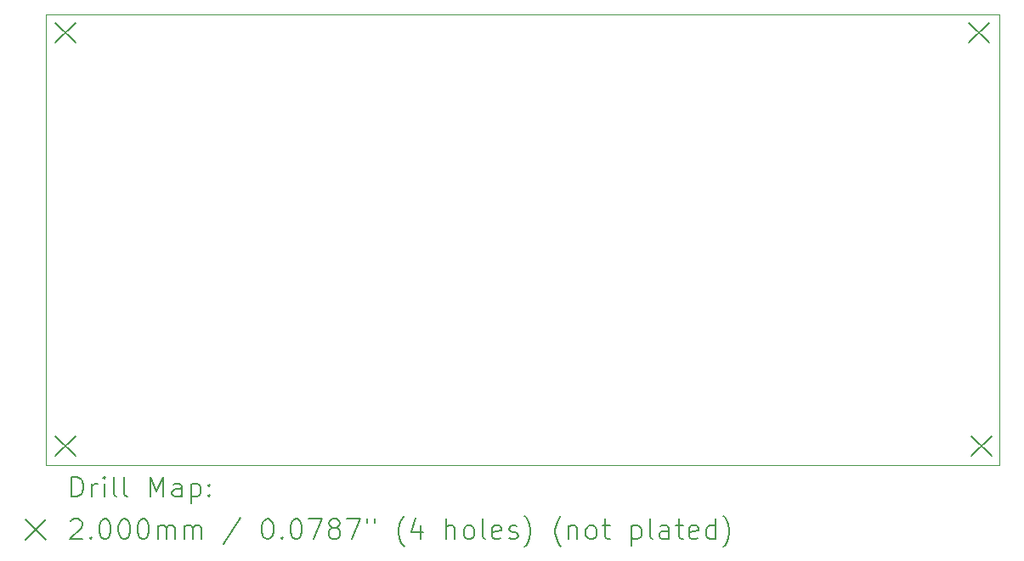
<source format=gbr>
%TF.GenerationSoftware,KiCad,Pcbnew,7.0.7*%
%TF.CreationDate,2023-12-18T21:06:53-05:00*%
%TF.ProjectId,motor_board_pcb,6d6f746f-725f-4626-9f61-72645f706362,rev?*%
%TF.SameCoordinates,Original*%
%TF.FileFunction,Drillmap*%
%TF.FilePolarity,Positive*%
%FSLAX45Y45*%
G04 Gerber Fmt 4.5, Leading zero omitted, Abs format (unit mm)*
G04 Created by KiCad (PCBNEW 7.0.7) date 2023-12-18 21:06:53*
%MOMM*%
%LPD*%
G01*
G04 APERTURE LIST*
%ADD10C,0.100000*%
%ADD11C,0.200000*%
G04 APERTURE END LIST*
D10*
X9230000Y-5790000D02*
X18730000Y-5790000D01*
X18730000Y-10290000D01*
X9230000Y-10290000D01*
X9230000Y-5790000D01*
D11*
X9325000Y-5875000D02*
X9525000Y-6075000D01*
X9525000Y-5875000D02*
X9325000Y-6075000D01*
X9325000Y-10000000D02*
X9525000Y-10200000D01*
X9525000Y-10000000D02*
X9325000Y-10200000D01*
X18425000Y-5875000D02*
X18625000Y-6075000D01*
X18625000Y-5875000D02*
X18425000Y-6075000D01*
X18450000Y-10000000D02*
X18650000Y-10200000D01*
X18650000Y-10000000D02*
X18450000Y-10200000D01*
X9485777Y-10606484D02*
X9485777Y-10406484D01*
X9485777Y-10406484D02*
X9533396Y-10406484D01*
X9533396Y-10406484D02*
X9561967Y-10416008D01*
X9561967Y-10416008D02*
X9581015Y-10435055D01*
X9581015Y-10435055D02*
X9590539Y-10454103D01*
X9590539Y-10454103D02*
X9600063Y-10492198D01*
X9600063Y-10492198D02*
X9600063Y-10520770D01*
X9600063Y-10520770D02*
X9590539Y-10558865D01*
X9590539Y-10558865D02*
X9581015Y-10577912D01*
X9581015Y-10577912D02*
X9561967Y-10596960D01*
X9561967Y-10596960D02*
X9533396Y-10606484D01*
X9533396Y-10606484D02*
X9485777Y-10606484D01*
X9685777Y-10606484D02*
X9685777Y-10473150D01*
X9685777Y-10511246D02*
X9695301Y-10492198D01*
X9695301Y-10492198D02*
X9704824Y-10482674D01*
X9704824Y-10482674D02*
X9723872Y-10473150D01*
X9723872Y-10473150D02*
X9742920Y-10473150D01*
X9809586Y-10606484D02*
X9809586Y-10473150D01*
X9809586Y-10406484D02*
X9800063Y-10416008D01*
X9800063Y-10416008D02*
X9809586Y-10425531D01*
X9809586Y-10425531D02*
X9819110Y-10416008D01*
X9819110Y-10416008D02*
X9809586Y-10406484D01*
X9809586Y-10406484D02*
X9809586Y-10425531D01*
X9933396Y-10606484D02*
X9914348Y-10596960D01*
X9914348Y-10596960D02*
X9904824Y-10577912D01*
X9904824Y-10577912D02*
X9904824Y-10406484D01*
X10038158Y-10606484D02*
X10019110Y-10596960D01*
X10019110Y-10596960D02*
X10009586Y-10577912D01*
X10009586Y-10577912D02*
X10009586Y-10406484D01*
X10266729Y-10606484D02*
X10266729Y-10406484D01*
X10266729Y-10406484D02*
X10333396Y-10549341D01*
X10333396Y-10549341D02*
X10400063Y-10406484D01*
X10400063Y-10406484D02*
X10400063Y-10606484D01*
X10581015Y-10606484D02*
X10581015Y-10501722D01*
X10581015Y-10501722D02*
X10571491Y-10482674D01*
X10571491Y-10482674D02*
X10552444Y-10473150D01*
X10552444Y-10473150D02*
X10514348Y-10473150D01*
X10514348Y-10473150D02*
X10495301Y-10482674D01*
X10581015Y-10596960D02*
X10561967Y-10606484D01*
X10561967Y-10606484D02*
X10514348Y-10606484D01*
X10514348Y-10606484D02*
X10495301Y-10596960D01*
X10495301Y-10596960D02*
X10485777Y-10577912D01*
X10485777Y-10577912D02*
X10485777Y-10558865D01*
X10485777Y-10558865D02*
X10495301Y-10539817D01*
X10495301Y-10539817D02*
X10514348Y-10530293D01*
X10514348Y-10530293D02*
X10561967Y-10530293D01*
X10561967Y-10530293D02*
X10581015Y-10520770D01*
X10676253Y-10473150D02*
X10676253Y-10673150D01*
X10676253Y-10482674D02*
X10695301Y-10473150D01*
X10695301Y-10473150D02*
X10733396Y-10473150D01*
X10733396Y-10473150D02*
X10752444Y-10482674D01*
X10752444Y-10482674D02*
X10761967Y-10492198D01*
X10761967Y-10492198D02*
X10771491Y-10511246D01*
X10771491Y-10511246D02*
X10771491Y-10568389D01*
X10771491Y-10568389D02*
X10761967Y-10587436D01*
X10761967Y-10587436D02*
X10752444Y-10596960D01*
X10752444Y-10596960D02*
X10733396Y-10606484D01*
X10733396Y-10606484D02*
X10695301Y-10606484D01*
X10695301Y-10606484D02*
X10676253Y-10596960D01*
X10857205Y-10587436D02*
X10866729Y-10596960D01*
X10866729Y-10596960D02*
X10857205Y-10606484D01*
X10857205Y-10606484D02*
X10847682Y-10596960D01*
X10847682Y-10596960D02*
X10857205Y-10587436D01*
X10857205Y-10587436D02*
X10857205Y-10606484D01*
X10857205Y-10482674D02*
X10866729Y-10492198D01*
X10866729Y-10492198D02*
X10857205Y-10501722D01*
X10857205Y-10501722D02*
X10847682Y-10492198D01*
X10847682Y-10492198D02*
X10857205Y-10482674D01*
X10857205Y-10482674D02*
X10857205Y-10501722D01*
X9025000Y-10835000D02*
X9225000Y-11035000D01*
X9225000Y-10835000D02*
X9025000Y-11035000D01*
X9476253Y-10845531D02*
X9485777Y-10836008D01*
X9485777Y-10836008D02*
X9504824Y-10826484D01*
X9504824Y-10826484D02*
X9552444Y-10826484D01*
X9552444Y-10826484D02*
X9571491Y-10836008D01*
X9571491Y-10836008D02*
X9581015Y-10845531D01*
X9581015Y-10845531D02*
X9590539Y-10864579D01*
X9590539Y-10864579D02*
X9590539Y-10883627D01*
X9590539Y-10883627D02*
X9581015Y-10912198D01*
X9581015Y-10912198D02*
X9466729Y-11026484D01*
X9466729Y-11026484D02*
X9590539Y-11026484D01*
X9676253Y-11007436D02*
X9685777Y-11016960D01*
X9685777Y-11016960D02*
X9676253Y-11026484D01*
X9676253Y-11026484D02*
X9666729Y-11016960D01*
X9666729Y-11016960D02*
X9676253Y-11007436D01*
X9676253Y-11007436D02*
X9676253Y-11026484D01*
X9809586Y-10826484D02*
X9828634Y-10826484D01*
X9828634Y-10826484D02*
X9847682Y-10836008D01*
X9847682Y-10836008D02*
X9857205Y-10845531D01*
X9857205Y-10845531D02*
X9866729Y-10864579D01*
X9866729Y-10864579D02*
X9876253Y-10902674D01*
X9876253Y-10902674D02*
X9876253Y-10950293D01*
X9876253Y-10950293D02*
X9866729Y-10988389D01*
X9866729Y-10988389D02*
X9857205Y-11007436D01*
X9857205Y-11007436D02*
X9847682Y-11016960D01*
X9847682Y-11016960D02*
X9828634Y-11026484D01*
X9828634Y-11026484D02*
X9809586Y-11026484D01*
X9809586Y-11026484D02*
X9790539Y-11016960D01*
X9790539Y-11016960D02*
X9781015Y-11007436D01*
X9781015Y-11007436D02*
X9771491Y-10988389D01*
X9771491Y-10988389D02*
X9761967Y-10950293D01*
X9761967Y-10950293D02*
X9761967Y-10902674D01*
X9761967Y-10902674D02*
X9771491Y-10864579D01*
X9771491Y-10864579D02*
X9781015Y-10845531D01*
X9781015Y-10845531D02*
X9790539Y-10836008D01*
X9790539Y-10836008D02*
X9809586Y-10826484D01*
X10000063Y-10826484D02*
X10019110Y-10826484D01*
X10019110Y-10826484D02*
X10038158Y-10836008D01*
X10038158Y-10836008D02*
X10047682Y-10845531D01*
X10047682Y-10845531D02*
X10057205Y-10864579D01*
X10057205Y-10864579D02*
X10066729Y-10902674D01*
X10066729Y-10902674D02*
X10066729Y-10950293D01*
X10066729Y-10950293D02*
X10057205Y-10988389D01*
X10057205Y-10988389D02*
X10047682Y-11007436D01*
X10047682Y-11007436D02*
X10038158Y-11016960D01*
X10038158Y-11016960D02*
X10019110Y-11026484D01*
X10019110Y-11026484D02*
X10000063Y-11026484D01*
X10000063Y-11026484D02*
X9981015Y-11016960D01*
X9981015Y-11016960D02*
X9971491Y-11007436D01*
X9971491Y-11007436D02*
X9961967Y-10988389D01*
X9961967Y-10988389D02*
X9952444Y-10950293D01*
X9952444Y-10950293D02*
X9952444Y-10902674D01*
X9952444Y-10902674D02*
X9961967Y-10864579D01*
X9961967Y-10864579D02*
X9971491Y-10845531D01*
X9971491Y-10845531D02*
X9981015Y-10836008D01*
X9981015Y-10836008D02*
X10000063Y-10826484D01*
X10190539Y-10826484D02*
X10209586Y-10826484D01*
X10209586Y-10826484D02*
X10228634Y-10836008D01*
X10228634Y-10836008D02*
X10238158Y-10845531D01*
X10238158Y-10845531D02*
X10247682Y-10864579D01*
X10247682Y-10864579D02*
X10257205Y-10902674D01*
X10257205Y-10902674D02*
X10257205Y-10950293D01*
X10257205Y-10950293D02*
X10247682Y-10988389D01*
X10247682Y-10988389D02*
X10238158Y-11007436D01*
X10238158Y-11007436D02*
X10228634Y-11016960D01*
X10228634Y-11016960D02*
X10209586Y-11026484D01*
X10209586Y-11026484D02*
X10190539Y-11026484D01*
X10190539Y-11026484D02*
X10171491Y-11016960D01*
X10171491Y-11016960D02*
X10161967Y-11007436D01*
X10161967Y-11007436D02*
X10152444Y-10988389D01*
X10152444Y-10988389D02*
X10142920Y-10950293D01*
X10142920Y-10950293D02*
X10142920Y-10902674D01*
X10142920Y-10902674D02*
X10152444Y-10864579D01*
X10152444Y-10864579D02*
X10161967Y-10845531D01*
X10161967Y-10845531D02*
X10171491Y-10836008D01*
X10171491Y-10836008D02*
X10190539Y-10826484D01*
X10342920Y-11026484D02*
X10342920Y-10893150D01*
X10342920Y-10912198D02*
X10352444Y-10902674D01*
X10352444Y-10902674D02*
X10371491Y-10893150D01*
X10371491Y-10893150D02*
X10400063Y-10893150D01*
X10400063Y-10893150D02*
X10419110Y-10902674D01*
X10419110Y-10902674D02*
X10428634Y-10921722D01*
X10428634Y-10921722D02*
X10428634Y-11026484D01*
X10428634Y-10921722D02*
X10438158Y-10902674D01*
X10438158Y-10902674D02*
X10457205Y-10893150D01*
X10457205Y-10893150D02*
X10485777Y-10893150D01*
X10485777Y-10893150D02*
X10504825Y-10902674D01*
X10504825Y-10902674D02*
X10514348Y-10921722D01*
X10514348Y-10921722D02*
X10514348Y-11026484D01*
X10609586Y-11026484D02*
X10609586Y-10893150D01*
X10609586Y-10912198D02*
X10619110Y-10902674D01*
X10619110Y-10902674D02*
X10638158Y-10893150D01*
X10638158Y-10893150D02*
X10666729Y-10893150D01*
X10666729Y-10893150D02*
X10685777Y-10902674D01*
X10685777Y-10902674D02*
X10695301Y-10921722D01*
X10695301Y-10921722D02*
X10695301Y-11026484D01*
X10695301Y-10921722D02*
X10704825Y-10902674D01*
X10704825Y-10902674D02*
X10723872Y-10893150D01*
X10723872Y-10893150D02*
X10752444Y-10893150D01*
X10752444Y-10893150D02*
X10771491Y-10902674D01*
X10771491Y-10902674D02*
X10781015Y-10921722D01*
X10781015Y-10921722D02*
X10781015Y-11026484D01*
X11171491Y-10816960D02*
X11000063Y-11074103D01*
X11428634Y-10826484D02*
X11447682Y-10826484D01*
X11447682Y-10826484D02*
X11466729Y-10836008D01*
X11466729Y-10836008D02*
X11476253Y-10845531D01*
X11476253Y-10845531D02*
X11485777Y-10864579D01*
X11485777Y-10864579D02*
X11495301Y-10902674D01*
X11495301Y-10902674D02*
X11495301Y-10950293D01*
X11495301Y-10950293D02*
X11485777Y-10988389D01*
X11485777Y-10988389D02*
X11476253Y-11007436D01*
X11476253Y-11007436D02*
X11466729Y-11016960D01*
X11466729Y-11016960D02*
X11447682Y-11026484D01*
X11447682Y-11026484D02*
X11428634Y-11026484D01*
X11428634Y-11026484D02*
X11409586Y-11016960D01*
X11409586Y-11016960D02*
X11400063Y-11007436D01*
X11400063Y-11007436D02*
X11390539Y-10988389D01*
X11390539Y-10988389D02*
X11381015Y-10950293D01*
X11381015Y-10950293D02*
X11381015Y-10902674D01*
X11381015Y-10902674D02*
X11390539Y-10864579D01*
X11390539Y-10864579D02*
X11400063Y-10845531D01*
X11400063Y-10845531D02*
X11409586Y-10836008D01*
X11409586Y-10836008D02*
X11428634Y-10826484D01*
X11581015Y-11007436D02*
X11590539Y-11016960D01*
X11590539Y-11016960D02*
X11581015Y-11026484D01*
X11581015Y-11026484D02*
X11571491Y-11016960D01*
X11571491Y-11016960D02*
X11581015Y-11007436D01*
X11581015Y-11007436D02*
X11581015Y-11026484D01*
X11714348Y-10826484D02*
X11733396Y-10826484D01*
X11733396Y-10826484D02*
X11752444Y-10836008D01*
X11752444Y-10836008D02*
X11761967Y-10845531D01*
X11761967Y-10845531D02*
X11771491Y-10864579D01*
X11771491Y-10864579D02*
X11781015Y-10902674D01*
X11781015Y-10902674D02*
X11781015Y-10950293D01*
X11781015Y-10950293D02*
X11771491Y-10988389D01*
X11771491Y-10988389D02*
X11761967Y-11007436D01*
X11761967Y-11007436D02*
X11752444Y-11016960D01*
X11752444Y-11016960D02*
X11733396Y-11026484D01*
X11733396Y-11026484D02*
X11714348Y-11026484D01*
X11714348Y-11026484D02*
X11695301Y-11016960D01*
X11695301Y-11016960D02*
X11685777Y-11007436D01*
X11685777Y-11007436D02*
X11676253Y-10988389D01*
X11676253Y-10988389D02*
X11666729Y-10950293D01*
X11666729Y-10950293D02*
X11666729Y-10902674D01*
X11666729Y-10902674D02*
X11676253Y-10864579D01*
X11676253Y-10864579D02*
X11685777Y-10845531D01*
X11685777Y-10845531D02*
X11695301Y-10836008D01*
X11695301Y-10836008D02*
X11714348Y-10826484D01*
X11847682Y-10826484D02*
X11981015Y-10826484D01*
X11981015Y-10826484D02*
X11895301Y-11026484D01*
X12085777Y-10912198D02*
X12066729Y-10902674D01*
X12066729Y-10902674D02*
X12057206Y-10893150D01*
X12057206Y-10893150D02*
X12047682Y-10874103D01*
X12047682Y-10874103D02*
X12047682Y-10864579D01*
X12047682Y-10864579D02*
X12057206Y-10845531D01*
X12057206Y-10845531D02*
X12066729Y-10836008D01*
X12066729Y-10836008D02*
X12085777Y-10826484D01*
X12085777Y-10826484D02*
X12123872Y-10826484D01*
X12123872Y-10826484D02*
X12142920Y-10836008D01*
X12142920Y-10836008D02*
X12152444Y-10845531D01*
X12152444Y-10845531D02*
X12161967Y-10864579D01*
X12161967Y-10864579D02*
X12161967Y-10874103D01*
X12161967Y-10874103D02*
X12152444Y-10893150D01*
X12152444Y-10893150D02*
X12142920Y-10902674D01*
X12142920Y-10902674D02*
X12123872Y-10912198D01*
X12123872Y-10912198D02*
X12085777Y-10912198D01*
X12085777Y-10912198D02*
X12066729Y-10921722D01*
X12066729Y-10921722D02*
X12057206Y-10931246D01*
X12057206Y-10931246D02*
X12047682Y-10950293D01*
X12047682Y-10950293D02*
X12047682Y-10988389D01*
X12047682Y-10988389D02*
X12057206Y-11007436D01*
X12057206Y-11007436D02*
X12066729Y-11016960D01*
X12066729Y-11016960D02*
X12085777Y-11026484D01*
X12085777Y-11026484D02*
X12123872Y-11026484D01*
X12123872Y-11026484D02*
X12142920Y-11016960D01*
X12142920Y-11016960D02*
X12152444Y-11007436D01*
X12152444Y-11007436D02*
X12161967Y-10988389D01*
X12161967Y-10988389D02*
X12161967Y-10950293D01*
X12161967Y-10950293D02*
X12152444Y-10931246D01*
X12152444Y-10931246D02*
X12142920Y-10921722D01*
X12142920Y-10921722D02*
X12123872Y-10912198D01*
X12228634Y-10826484D02*
X12361967Y-10826484D01*
X12361967Y-10826484D02*
X12276253Y-11026484D01*
X12428634Y-10826484D02*
X12428634Y-10864579D01*
X12504825Y-10826484D02*
X12504825Y-10864579D01*
X12800063Y-11102674D02*
X12790539Y-11093150D01*
X12790539Y-11093150D02*
X12771491Y-11064579D01*
X12771491Y-11064579D02*
X12761968Y-11045531D01*
X12761968Y-11045531D02*
X12752444Y-11016960D01*
X12752444Y-11016960D02*
X12742920Y-10969341D01*
X12742920Y-10969341D02*
X12742920Y-10931246D01*
X12742920Y-10931246D02*
X12752444Y-10883627D01*
X12752444Y-10883627D02*
X12761968Y-10855055D01*
X12761968Y-10855055D02*
X12771491Y-10836008D01*
X12771491Y-10836008D02*
X12790539Y-10807436D01*
X12790539Y-10807436D02*
X12800063Y-10797912D01*
X12961968Y-10893150D02*
X12961968Y-11026484D01*
X12914348Y-10816960D02*
X12866729Y-10959817D01*
X12866729Y-10959817D02*
X12990539Y-10959817D01*
X13219110Y-11026484D02*
X13219110Y-10826484D01*
X13304825Y-11026484D02*
X13304825Y-10921722D01*
X13304825Y-10921722D02*
X13295301Y-10902674D01*
X13295301Y-10902674D02*
X13276253Y-10893150D01*
X13276253Y-10893150D02*
X13247682Y-10893150D01*
X13247682Y-10893150D02*
X13228634Y-10902674D01*
X13228634Y-10902674D02*
X13219110Y-10912198D01*
X13428634Y-11026484D02*
X13409587Y-11016960D01*
X13409587Y-11016960D02*
X13400063Y-11007436D01*
X13400063Y-11007436D02*
X13390539Y-10988389D01*
X13390539Y-10988389D02*
X13390539Y-10931246D01*
X13390539Y-10931246D02*
X13400063Y-10912198D01*
X13400063Y-10912198D02*
X13409587Y-10902674D01*
X13409587Y-10902674D02*
X13428634Y-10893150D01*
X13428634Y-10893150D02*
X13457206Y-10893150D01*
X13457206Y-10893150D02*
X13476253Y-10902674D01*
X13476253Y-10902674D02*
X13485777Y-10912198D01*
X13485777Y-10912198D02*
X13495301Y-10931246D01*
X13495301Y-10931246D02*
X13495301Y-10988389D01*
X13495301Y-10988389D02*
X13485777Y-11007436D01*
X13485777Y-11007436D02*
X13476253Y-11016960D01*
X13476253Y-11016960D02*
X13457206Y-11026484D01*
X13457206Y-11026484D02*
X13428634Y-11026484D01*
X13609587Y-11026484D02*
X13590539Y-11016960D01*
X13590539Y-11016960D02*
X13581015Y-10997912D01*
X13581015Y-10997912D02*
X13581015Y-10826484D01*
X13761968Y-11016960D02*
X13742920Y-11026484D01*
X13742920Y-11026484D02*
X13704825Y-11026484D01*
X13704825Y-11026484D02*
X13685777Y-11016960D01*
X13685777Y-11016960D02*
X13676253Y-10997912D01*
X13676253Y-10997912D02*
X13676253Y-10921722D01*
X13676253Y-10921722D02*
X13685777Y-10902674D01*
X13685777Y-10902674D02*
X13704825Y-10893150D01*
X13704825Y-10893150D02*
X13742920Y-10893150D01*
X13742920Y-10893150D02*
X13761968Y-10902674D01*
X13761968Y-10902674D02*
X13771491Y-10921722D01*
X13771491Y-10921722D02*
X13771491Y-10940770D01*
X13771491Y-10940770D02*
X13676253Y-10959817D01*
X13847682Y-11016960D02*
X13866730Y-11026484D01*
X13866730Y-11026484D02*
X13904825Y-11026484D01*
X13904825Y-11026484D02*
X13923872Y-11016960D01*
X13923872Y-11016960D02*
X13933396Y-10997912D01*
X13933396Y-10997912D02*
X13933396Y-10988389D01*
X13933396Y-10988389D02*
X13923872Y-10969341D01*
X13923872Y-10969341D02*
X13904825Y-10959817D01*
X13904825Y-10959817D02*
X13876253Y-10959817D01*
X13876253Y-10959817D02*
X13857206Y-10950293D01*
X13857206Y-10950293D02*
X13847682Y-10931246D01*
X13847682Y-10931246D02*
X13847682Y-10921722D01*
X13847682Y-10921722D02*
X13857206Y-10902674D01*
X13857206Y-10902674D02*
X13876253Y-10893150D01*
X13876253Y-10893150D02*
X13904825Y-10893150D01*
X13904825Y-10893150D02*
X13923872Y-10902674D01*
X14000063Y-11102674D02*
X14009587Y-11093150D01*
X14009587Y-11093150D02*
X14028634Y-11064579D01*
X14028634Y-11064579D02*
X14038158Y-11045531D01*
X14038158Y-11045531D02*
X14047682Y-11016960D01*
X14047682Y-11016960D02*
X14057206Y-10969341D01*
X14057206Y-10969341D02*
X14057206Y-10931246D01*
X14057206Y-10931246D02*
X14047682Y-10883627D01*
X14047682Y-10883627D02*
X14038158Y-10855055D01*
X14038158Y-10855055D02*
X14028634Y-10836008D01*
X14028634Y-10836008D02*
X14009587Y-10807436D01*
X14009587Y-10807436D02*
X14000063Y-10797912D01*
X14361968Y-11102674D02*
X14352444Y-11093150D01*
X14352444Y-11093150D02*
X14333396Y-11064579D01*
X14333396Y-11064579D02*
X14323872Y-11045531D01*
X14323872Y-11045531D02*
X14314349Y-11016960D01*
X14314349Y-11016960D02*
X14304825Y-10969341D01*
X14304825Y-10969341D02*
X14304825Y-10931246D01*
X14304825Y-10931246D02*
X14314349Y-10883627D01*
X14314349Y-10883627D02*
X14323872Y-10855055D01*
X14323872Y-10855055D02*
X14333396Y-10836008D01*
X14333396Y-10836008D02*
X14352444Y-10807436D01*
X14352444Y-10807436D02*
X14361968Y-10797912D01*
X14438158Y-10893150D02*
X14438158Y-11026484D01*
X14438158Y-10912198D02*
X14447682Y-10902674D01*
X14447682Y-10902674D02*
X14466730Y-10893150D01*
X14466730Y-10893150D02*
X14495301Y-10893150D01*
X14495301Y-10893150D02*
X14514349Y-10902674D01*
X14514349Y-10902674D02*
X14523872Y-10921722D01*
X14523872Y-10921722D02*
X14523872Y-11026484D01*
X14647682Y-11026484D02*
X14628634Y-11016960D01*
X14628634Y-11016960D02*
X14619111Y-11007436D01*
X14619111Y-11007436D02*
X14609587Y-10988389D01*
X14609587Y-10988389D02*
X14609587Y-10931246D01*
X14609587Y-10931246D02*
X14619111Y-10912198D01*
X14619111Y-10912198D02*
X14628634Y-10902674D01*
X14628634Y-10902674D02*
X14647682Y-10893150D01*
X14647682Y-10893150D02*
X14676253Y-10893150D01*
X14676253Y-10893150D02*
X14695301Y-10902674D01*
X14695301Y-10902674D02*
X14704825Y-10912198D01*
X14704825Y-10912198D02*
X14714349Y-10931246D01*
X14714349Y-10931246D02*
X14714349Y-10988389D01*
X14714349Y-10988389D02*
X14704825Y-11007436D01*
X14704825Y-11007436D02*
X14695301Y-11016960D01*
X14695301Y-11016960D02*
X14676253Y-11026484D01*
X14676253Y-11026484D02*
X14647682Y-11026484D01*
X14771492Y-10893150D02*
X14847682Y-10893150D01*
X14800063Y-10826484D02*
X14800063Y-10997912D01*
X14800063Y-10997912D02*
X14809587Y-11016960D01*
X14809587Y-11016960D02*
X14828634Y-11026484D01*
X14828634Y-11026484D02*
X14847682Y-11026484D01*
X15066730Y-10893150D02*
X15066730Y-11093150D01*
X15066730Y-10902674D02*
X15085777Y-10893150D01*
X15085777Y-10893150D02*
X15123873Y-10893150D01*
X15123873Y-10893150D02*
X15142920Y-10902674D01*
X15142920Y-10902674D02*
X15152444Y-10912198D01*
X15152444Y-10912198D02*
X15161968Y-10931246D01*
X15161968Y-10931246D02*
X15161968Y-10988389D01*
X15161968Y-10988389D02*
X15152444Y-11007436D01*
X15152444Y-11007436D02*
X15142920Y-11016960D01*
X15142920Y-11016960D02*
X15123873Y-11026484D01*
X15123873Y-11026484D02*
X15085777Y-11026484D01*
X15085777Y-11026484D02*
X15066730Y-11016960D01*
X15276253Y-11026484D02*
X15257206Y-11016960D01*
X15257206Y-11016960D02*
X15247682Y-10997912D01*
X15247682Y-10997912D02*
X15247682Y-10826484D01*
X15438158Y-11026484D02*
X15438158Y-10921722D01*
X15438158Y-10921722D02*
X15428634Y-10902674D01*
X15428634Y-10902674D02*
X15409587Y-10893150D01*
X15409587Y-10893150D02*
X15371492Y-10893150D01*
X15371492Y-10893150D02*
X15352444Y-10902674D01*
X15438158Y-11016960D02*
X15419111Y-11026484D01*
X15419111Y-11026484D02*
X15371492Y-11026484D01*
X15371492Y-11026484D02*
X15352444Y-11016960D01*
X15352444Y-11016960D02*
X15342920Y-10997912D01*
X15342920Y-10997912D02*
X15342920Y-10978865D01*
X15342920Y-10978865D02*
X15352444Y-10959817D01*
X15352444Y-10959817D02*
X15371492Y-10950293D01*
X15371492Y-10950293D02*
X15419111Y-10950293D01*
X15419111Y-10950293D02*
X15438158Y-10940770D01*
X15504825Y-10893150D02*
X15581015Y-10893150D01*
X15533396Y-10826484D02*
X15533396Y-10997912D01*
X15533396Y-10997912D02*
X15542920Y-11016960D01*
X15542920Y-11016960D02*
X15561968Y-11026484D01*
X15561968Y-11026484D02*
X15581015Y-11026484D01*
X15723873Y-11016960D02*
X15704825Y-11026484D01*
X15704825Y-11026484D02*
X15666730Y-11026484D01*
X15666730Y-11026484D02*
X15647682Y-11016960D01*
X15647682Y-11016960D02*
X15638158Y-10997912D01*
X15638158Y-10997912D02*
X15638158Y-10921722D01*
X15638158Y-10921722D02*
X15647682Y-10902674D01*
X15647682Y-10902674D02*
X15666730Y-10893150D01*
X15666730Y-10893150D02*
X15704825Y-10893150D01*
X15704825Y-10893150D02*
X15723873Y-10902674D01*
X15723873Y-10902674D02*
X15733396Y-10921722D01*
X15733396Y-10921722D02*
X15733396Y-10940770D01*
X15733396Y-10940770D02*
X15638158Y-10959817D01*
X15904825Y-11026484D02*
X15904825Y-10826484D01*
X15904825Y-11016960D02*
X15885777Y-11026484D01*
X15885777Y-11026484D02*
X15847682Y-11026484D01*
X15847682Y-11026484D02*
X15828634Y-11016960D01*
X15828634Y-11016960D02*
X15819111Y-11007436D01*
X15819111Y-11007436D02*
X15809587Y-10988389D01*
X15809587Y-10988389D02*
X15809587Y-10931246D01*
X15809587Y-10931246D02*
X15819111Y-10912198D01*
X15819111Y-10912198D02*
X15828634Y-10902674D01*
X15828634Y-10902674D02*
X15847682Y-10893150D01*
X15847682Y-10893150D02*
X15885777Y-10893150D01*
X15885777Y-10893150D02*
X15904825Y-10902674D01*
X15981015Y-11102674D02*
X15990539Y-11093150D01*
X15990539Y-11093150D02*
X16009587Y-11064579D01*
X16009587Y-11064579D02*
X16019111Y-11045531D01*
X16019111Y-11045531D02*
X16028634Y-11016960D01*
X16028634Y-11016960D02*
X16038158Y-10969341D01*
X16038158Y-10969341D02*
X16038158Y-10931246D01*
X16038158Y-10931246D02*
X16028634Y-10883627D01*
X16028634Y-10883627D02*
X16019111Y-10855055D01*
X16019111Y-10855055D02*
X16009587Y-10836008D01*
X16009587Y-10836008D02*
X15990539Y-10807436D01*
X15990539Y-10807436D02*
X15981015Y-10797912D01*
M02*

</source>
